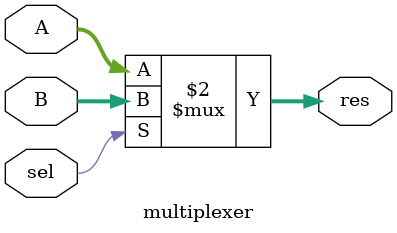
<source format=v>

module  multiplexer (A, B, sel, res);

parameter n = 32;
input [n-1:0] A;
input [n-1:0] B;
input sel; //if 1 res = A otherwise res = B
output [n-1:0] res;



assign res = (sel == 0) ? A : B;

endmodule

</source>
